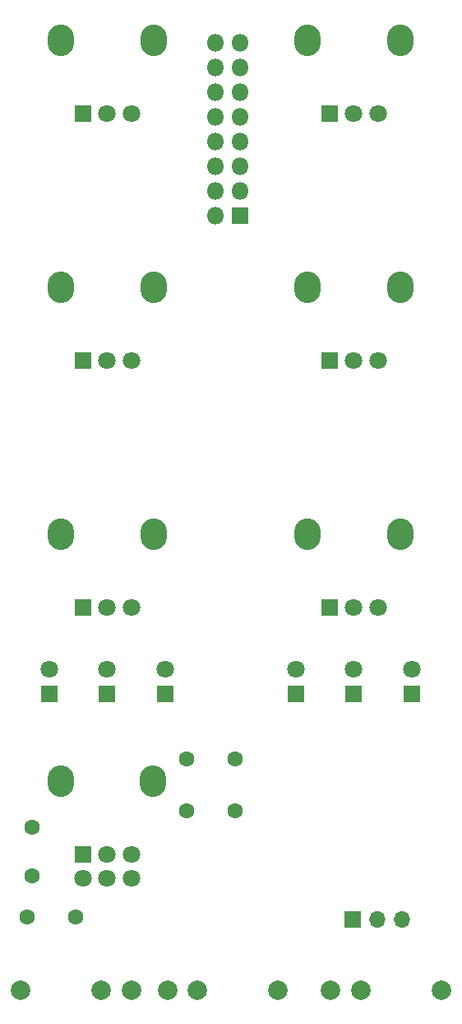
<source format=gbr>
%TF.GenerationSoftware,KiCad,Pcbnew,7.0.1*%
%TF.CreationDate,2024-09-15T16:09:11-04:00*%
%TF.ProjectId,output module,6f757470-7574-4206-9d6f-64756c652e6b,A*%
%TF.SameCoordinates,Original*%
%TF.FileFunction,Soldermask,Top*%
%TF.FilePolarity,Negative*%
%FSLAX46Y46*%
G04 Gerber Fmt 4.6, Leading zero omitted, Abs format (unit mm)*
G04 Created by KiCad (PCBNEW 7.0.1) date 2024-09-15 16:09:11*
%MOMM*%
%LPD*%
G01*
G04 APERTURE LIST*
%ADD10C,2.000000*%
%ADD11O,2.720000X3.240000*%
%ADD12R,1.800000X1.800000*%
%ADD13C,1.800000*%
%ADD14R,1.700000X1.700000*%
%ADD15O,1.700000X1.700000*%
%ADD16O,1.800000X1.800000*%
%ADD17C,1.600000*%
G04 APERTURE END LIST*
D10*
%TO.C,J3*%
X110191000Y-155194000D03*
X118491000Y-155194000D03*
X107091000Y-155194000D03*
%TD*%
%TO.C,J1*%
X83484000Y-155194000D03*
X75184000Y-155194000D03*
X86584000Y-155194000D03*
%TD*%
%TO.C,J2*%
X93394000Y-155194000D03*
X101694000Y-155194000D03*
X90294000Y-155194000D03*
%TD*%
D11*
%TO.C,RV2*%
X79274000Y-82924000D03*
X88874000Y-82924000D03*
D12*
X81574000Y-90424000D03*
D13*
X84074000Y-90424000D03*
X86574000Y-90424000D03*
%TD*%
D11*
%TO.C,RV6*%
X104674000Y-82924000D03*
X114274000Y-82924000D03*
D12*
X106974000Y-90424000D03*
D13*
X109474000Y-90424000D03*
X111974000Y-90424000D03*
%TD*%
D12*
%TO.C,D14*%
X78105000Y-124714000D03*
D13*
X78105000Y-122174000D03*
%TD*%
D11*
%TO.C,RV1*%
X79274000Y-57524000D03*
X88874000Y-57524000D03*
D12*
X81574000Y-65024000D03*
D13*
X84074000Y-65024000D03*
X86574000Y-65024000D03*
%TD*%
D12*
%TO.C,D13*%
X84074000Y-124714000D03*
D13*
X84074000Y-122174000D03*
%TD*%
D11*
%TO.C,RV5*%
X104674000Y-57524000D03*
X114274000Y-57524000D03*
D12*
X106974000Y-65024000D03*
D13*
X109474000Y-65024000D03*
X111974000Y-65024000D03*
%TD*%
D11*
%TO.C,RV7*%
X104674000Y-108324000D03*
X114274000Y-108324000D03*
D12*
X106974000Y-115824000D03*
D13*
X109474000Y-115824000D03*
X111974000Y-115824000D03*
%TD*%
D11*
%TO.C,RV3*%
X79274000Y-108324000D03*
X88874000Y-108324000D03*
D12*
X81574000Y-115824000D03*
D13*
X84074000Y-115824000D03*
X86574000Y-115824000D03*
%TD*%
D11*
%TO.C,RV4*%
X79324000Y-133724000D03*
X88824000Y-133724000D03*
D12*
X81574000Y-141224000D03*
D13*
X84074000Y-141224000D03*
X86574000Y-141224000D03*
X81574000Y-143724000D03*
X84074000Y-143724000D03*
X86574000Y-143724000D03*
%TD*%
D12*
%TO.C,D5*%
X103505000Y-124714000D03*
D13*
X103505000Y-122174000D03*
%TD*%
D12*
%TO.C,D12*%
X90043000Y-124714000D03*
D13*
X90043000Y-122174000D03*
%TD*%
D12*
%TO.C,D7*%
X115443000Y-124714000D03*
D13*
X115443000Y-122174000D03*
%TD*%
D12*
%TO.C,D6*%
X109474000Y-124714000D03*
D13*
X109474000Y-122174000D03*
%TD*%
D14*
%TO.C,J4*%
X109362000Y-147955000D03*
D15*
X111902000Y-147955000D03*
X114442000Y-147955000D03*
%TD*%
D12*
%TO.C,J6*%
X97790000Y-75565000D03*
D16*
X95250000Y-75565000D03*
X97790000Y-73025000D03*
X95250000Y-73025000D03*
X97790000Y-70485000D03*
X95250000Y-70485000D03*
X97790000Y-67945000D03*
X95250000Y-67945000D03*
X97790000Y-65405000D03*
X95250000Y-65405000D03*
X97790000Y-62865000D03*
X95250000Y-62865000D03*
X97790000Y-60325000D03*
X95252858Y-60325000D03*
X97790000Y-57785000D03*
X95250000Y-57785000D03*
%TD*%
D17*
%TO.C,C6*%
X92242000Y-131445000D03*
X97242000Y-131445000D03*
%TD*%
%TO.C,C7*%
X92242000Y-136779000D03*
X97242000Y-136779000D03*
%TD*%
%TO.C,C5*%
X76327000Y-138470000D03*
X76327000Y-143470000D03*
%TD*%
%TO.C,C4*%
X75859000Y-147701000D03*
X80859000Y-147701000D03*
%TD*%
M02*

</source>
